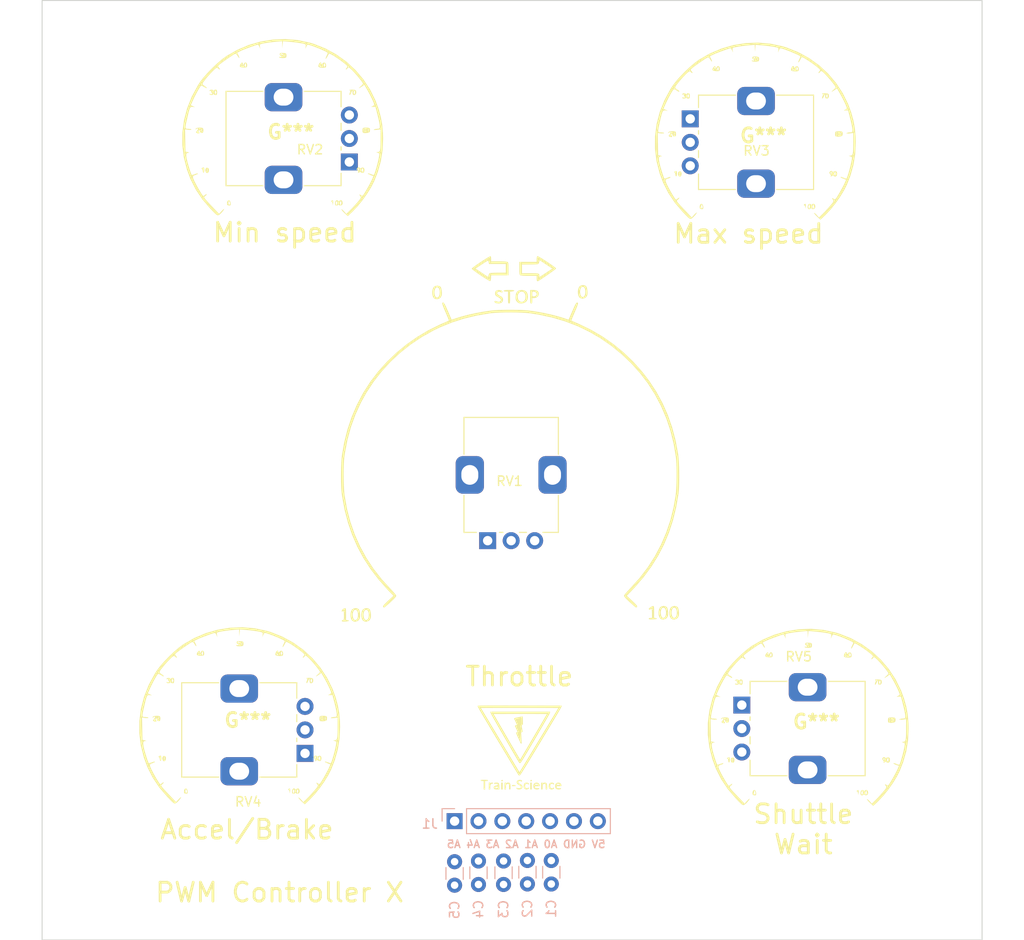
<source format=kicad_pcb>
(kicad_pcb (version 20221018) (generator pcbnew)
  (layers (0 "F.Cu" signal) (31 "B.Cu" signal) (34 "B.Paste" user) (35 "F.Paste" user) (36 "B.SilkS" user "B.Silkscreen") (37 "F.SilkS" user "F.Silkscreen") (38 "B.Mask" user) (39 "F.Mask" user) (44 "Edge.Cuts" user))
  (net 0 "")
  (net 1 "/throttle")
  (net 2 "GND")
  (net 3 "/minSpeed")
  (net 4 "/maxSpeed")
  (net 5 "/accel")
  (net 6 "/wait")
  (net 7 "+5V")
  (footprint "custom_kicad_lib_sk:Potentiometer_Alps_RK09K_Single_Vertical" (layer "F.Cu") (at 165.937 105.5)
    (fp_text reference "RV5" (at 6.05 -5.15) (layer "F.SilkS"))
    (fp_text value "R_Potentiometer")
    (pad "1" thru_hole rect (at 0 0) (size 1.8 1.8) (drill 1) (layers "*.Cu" "*.Mask") (net 7 "+5V"))
    (pad "2" thru_hole circle (at 0 2.5) (size 1.8 1.8) (drill 1) (layers "*.Cu" "*.Mask") (net 6 "/wait"))
    (pad "3" thru_hole circle (at 0 5) (size 1.8 1.8) (drill 1) (layers "*.Cu" "*.Mask") (net 2 "GND"))
    (pad "MP" thru_hole roundrect (at 7 -1.9) (size 4 3) (drill oval 2.1 1.8) (layers "*.Cu" "*.Mask"))
    (pad "MP" thru_hole roundrect (at 7 6.9) (size 4 3) (drill oval 2.1 1.8) (layers "*.Cu" "*.Mask"))
  )
  (footprint "custom_kicad_lib_sk:scale_small" (layer "F.Cu") (at 113.389 107.111)
    (fp_text reference "G***" (at 0 0) (layer "F.SilkS") (effects (font (size 1.5 1.5) (thickness 0.3))))
    (fp_text value "LOGO" hide)
  )
  (footprint "MountingHole:MountingHole_3.2mm_M3" (layer "F.Cu") (at 96.5 35.5)
    (fp_text reference "REF**" hide)
    (fp_text value "MountingHole_3.2mm_M3")
    (pad "" np_thru_hole circle (at 0 0) (size 3.2 3.2) (drill 3.2) (layers "F&B.Cu" "*.Mask"))
  )
  (footprint "custom_kicad_lib_sk:Train-Science logo small" (layer "F.Cu") (at 142.367 110.109)
    (fp_text reference "G***" hide)
    (fp_text value "LOGO" hide)
  )
  (footprint "MountingHole:MountingHole_3.2mm_M3" (layer "F.Cu") (at 186.5 125.5)
    (fp_text reference "REF**" hide)
    (fp_text value "MountingHole_3.2mm_M3")
    (pad "" np_thru_hole circle (at 0 0) (size 3.2 3.2) (drill 3.2) (layers "*.Cu" "*.Mask"))
  )
  (footprint "custom_kicad_lib_sk:scale_small" (layer "F.Cu") (at 168.24821 44.881731)
    (fp_text reference "G***" (at 0 0) (layer "F.SilkS") (effects (font (size 1.5 1.5) (thickness 0.3))))
    (fp_text value "LOGO" hide)
  )
  (footprint "MountingHole:MountingHole_3.2mm_M3" (layer "F.Cu") (at 96.5 125.5)
    (fp_text reference "REF**" hide)
    (fp_text value "MountingHole_3.2mm_M3")
    (pad "" np_thru_hole circle (at 0 0) (size 3.2 3.2) (drill 3.2) (layers "F&B.Cu" "*.Mask"))
  )
  (footprint "custom_kicad_lib_sk:scale_small" (layer "F.Cu") (at 117.96421 44.5)
    (fp_text reference "G***" (at 0 0) (layer "F.SilkS") (effects (font (size 1.5 1.5) (thickness 0.3))))
    (fp_text value "LOGO" hide)
  )
  (footprint "custom_kicad_lib_sk:Potentiometer_Alps_RK09K_Single_Vertical" (layer "F.Cu") (at 124.183 47.693269 180)
    (fp_text reference "RV2" (at 4.183 1.321) (layer "F.SilkS"))
    (fp_text value "R_Potentiometer")
    (pad "1" thru_hole rect (at 0 0 180) (size 1.8 1.8) (drill 1) (layers "*.Cu" "*.Mask") (net 7 "+5V"))
    (pad "2" thru_hole circle (at 0 2.5 180) (size 1.8 1.8) (drill 1) (layers "*.Cu" "*.Mask") (net 3 "/minSpeed"))
    (pad "3" thru_hole circle (at 0 5 180) (size 1.8 1.8) (drill 1) (layers "*.Cu" "*.Mask") (net 2 "GND"))
    (pad "MP" thru_hole roundrect (at 7 -1.9 180) (size 4 3) (drill oval 2.1 1.8) (layers "*.Cu" "*.Mask"))
    (pad "MP" thru_hole roundrect (at 7 6.9 180) (size 4 3) (drill oval 2.1 1.8) (layers "*.Cu" "*.Mask"))
  )
  (footprint "custom_kicad_lib_sk:scale_small" (layer "F.Cu") (at 173.87021 107.277731)
    (fp_text reference "G***" (at 0 0) (layer "F.SilkS") (effects (font (size 1.5 1.5) (thickness 0.3))))
    (fp_text value "LOGO" hide)
  )
  (footprint "MountingHole:MountingHole_3.2mm_M3" (layer "F.Cu") (at 186.5 35.5)
    (fp_text reference "REF**" hide)
    (fp_text value "MountingHole_3.2mm_M3")
    (pad "" np_thru_hole circle (at 0 0) (size 3.2 3.2) (drill 3.2) (layers "F&B.Cu" "*.Mask"))
  )
  (footprint "custom_kicad_lib_sk:Potentiometer_Alps_RK09K_Single_Vertical" (layer "F.Cu") (at 119.47 110.644 180)
    (fp_text reference "RV4" (at 6.05 -5.15) (layer "F.SilkS"))
    (fp_text value "R_Potentiometer")
    (pad "1" thru_hole rect (at 0 0 180) (size 1.8 1.8) (drill 1) (layers "*.Cu" "*.Mask") (net 7 "+5V"))
    (pad "2" thru_hole circle (at 0 2.5 180) (size 1.8 1.8) (drill 1) (layers "*.Cu" "*.Mask") (net 5 "/accel"))
    (pad "3" thru_hole circle (at 0 5 180) (size 1.8 1.8) (drill 1) (layers "*.Cu" "*.Mask") (net 2 "GND"))
    (pad "MP" thru_hole roundrect (at 7 -1.9 180) (size 4 3) (drill oval 2.1 1.8) (layers "*.Cu" "*.Mask"))
    (pad "MP" thru_hole roundrect (at 7 6.9 180) (size 4 3) (drill oval 2.1 1.8) (layers "*.Cu" "*.Mask"))
  )
  (footprint "custom_kicad_lib_sk:Potentiometer_Alps_RK09K_Single_Vertical" (layer "F.Cu") (at 138.9 88 90)
    (fp_text reference "RV1" (at 6.339 2.324 180) (layer "F.SilkS"))
    (fp_text value "R_Potentiometer")
    (pad "1" thru_hole rect (at 0 0 90) (size 1.8 1.8) (drill 1) (layers "*.Cu" "*.Mask") (net 7 "+5V"))
    (pad "2" thru_hole circle (at 0 2.5 90) (size 1.8 1.8) (drill 1) (layers "*.Cu" "*.Mask") (net 1 "/throttle"))
    (pad "3" thru_hole circle (at 0 5 90) (size 1.8 1.8) (drill 1) (layers "*.Cu" "*.Mask") (net 2 "GND"))
    (pad "MP" thru_hole roundrect (at 7 -1.9 90) (size 4 3) (drill oval 2.1 1.8) (layers "*.Cu" "*.Mask"))
    (pad "MP" thru_hole roundrect (at 7 6.9 90) (size 4 3) (drill oval 2.1 1.8) (layers "*.Cu" "*.Mask"))
  )
  (footprint "custom_kicad_lib_sk:Potentiometer_Alps_RK09K_Single_Vertical" (layer "F.Cu") (at 160.45 43.1)
    (fp_text reference "RV3" (at 7.05 3.4) (layer "F.SilkS"))
    (fp_text value "R_Potentiometer")
    (pad "1" thru_hole rect (at 0 0) (size 1.8 1.8) (drill 1) (layers "*.Cu" "*.Mask") (net 7 "+5V"))
    (pad "2" thru_hole circle (at 0 2.5) (size 1.8 1.8) (drill 1) (layers "*.Cu" "*.Mask") (net 4 "/maxSpeed"))
    (pad "3" thru_hole circle (at 0 5) (size 1.8 1.8) (drill 1) (layers "*.Cu" "*.Mask") (net 2 "GND"))
    (pad "MP" thru_hole roundrect (at 7 -1.9) (size 4 3) (drill oval 2.1 1.8) (layers "*.Cu" "*.Mask"))
    (pad "MP" thru_hole roundrect (at 7 6.9) (size 4 3) (drill oval 2.1 1.8) (layers "*.Cu" "*.Mask"))
  )
  (footprint "custom_kicad_lib_sk:scale" (layer "F.Cu") (at 141 77.5)
    (fp_text reference "G***" hide)
    (fp_text value "LOGO" hide)
  )
  (footprint "Capacitor_THT:C_Disc_D3.0mm_W1.6mm_P2.50mm" (layer "B.Cu") (at 145.669 122.047 -90)
    (fp_text reference "C1" (at 5.131 0 90) (layer "B.SilkS") (effects (justify mirror)))
    (fp_text value "C")
    (pad "1" thru_hole circle (at 0 0 270) (size 1.6 1.6) (drill 0.8) (layers "*.Cu" "*.Mask") (net 1 "/throttle"))
    (pad "2" thru_hole circle (at 2.5 0 270) (size 1.6 1.6) (drill 0.8) (layers "*.Cu" "*.Mask") (net 2 "GND"))
  )
  (footprint "Connector_PinHeader_2.54mm:PinHeader_1x07_P2.54mm_Vertical" (layer "B.Cu") (at 135.382 117.856 -90)
    (fp_text reference "J1" (at 0.287 2.644 -180) (layer "B.SilkS") (effects (justify mirror)))
    (fp_text value "Conn_01x07_Pin")
    (pad "1" thru_hole rect (at 0 0 270) (size 1.7 1.7) (drill 1) (layers "*.Cu" "*.Mask") (net 6 "/wait"))
    (pad "2" thru_hole oval (at 0 -2.54 270) (size 1.7 1.7) (drill 1) (layers "*.Cu" "*.Mask") (net 5 "/accel"))
    (pad "3" thru_hole oval (at 0 -5.08 270) (size 1.7 1.7) (drill 1) (layers "*.Cu" "*.Mask") (net 4 "/maxSpeed"))
    (pad "4" thru_hole oval (at 0 -7.62 270) (size 1.7 1.7) (drill 1) (layers "*.Cu" "*.Mask") (net 3 "/minSpeed"))
    (pad "5" thru_hole oval (at 0 -10.16 270) (size 1.7 1.7) (drill 1) (layers "*.Cu" "*.Mask") (net 1 "/throttle"))
    (pad "6" thru_hole oval (at 0 -12.7 270) (size 1.7 1.7) (drill 1) (layers "*.Cu" "*.Mask") (net 2 "GND"))
    (pad "7" thru_hole oval (at 0 -15.24 270) (size 1.7 1.7) (drill 1) (layers "*.Cu" "*.Mask") (net 7 "+5V"))
  )
  (footprint "Capacitor_THT:C_Disc_D3.0mm_W1.6mm_P2.50mm" (layer "B.Cu") (at 140.589 122.097 -90)
    (fp_text reference "C3" (at 5.131 0 90) (layer "B.SilkS") (effects (justify mirror)))
    (fp_text value "C")
    (pad "1" thru_hole circle (at 0 0 270) (size 1.6 1.6) (drill 0.8) (layers "*.Cu" "*.Mask") (net 4 "/maxSpeed"))
    (pad "2" thru_hole circle (at 2.5 0 270) (size 1.6 1.6) (drill 0.8) (layers "*.Cu" "*.Mask") (net 2 "GND"))
  )
  (footprint "Capacitor_THT:C_Disc_D3.0mm_W1.6mm_P2.50mm" (layer "B.Cu") (at 135.382 122.174 -90)
    (fp_text reference "C5" (at 5.131 0 90) (layer "B.SilkS") (effects (justify mirror)))
    (fp_text value "C")
    (pad "1" thru_hole circle (at 0 0 270) (size 1.6 1.6) (drill 0.8) (layers "*.Cu" "*.Mask") (net 6 "/wait"))
    (pad "2" thru_hole circle (at 2.5 0 270) (size 1.6 1.6) (drill 0.8) (layers "*.Cu" "*.Mask") (net 2 "GND"))
  )
  (footprint "Capacitor_THT:C_Disc_D3.0mm_W1.6mm_P2.50mm" (layer "B.Cu") (at 143.129 122.041 -90)
    (fp_text reference "C2" (at 5.131 0 90) (layer "B.SilkS") (effects (justify mirror)))
    (fp_text value "C")
    (pad "1" thru_hole circle (at 0 0 270) (size 1.6 1.6) (drill 0.8) (layers "*.Cu" "*.Mask") (net 3 "/minSpeed"))
    (pad "2" thru_hole circle (at 2.5 0 270) (size 1.6 1.6) (drill 0.8) (layers "*.Cu" "*.Mask") (net 2 "GND"))
  )
  (footprint "Capacitor_THT:C_Disc_D3.0mm_W1.6mm_P2.50mm" (layer "B.Cu") (at 137.922 122.097 -90)
    (fp_text reference "C4" (at 5.131 0 90) (layer "B.SilkS") (effects (justify mirror)))
    (fp_text value "C")
    (pad "1" thru_hole circle (at 0 0 270) (size 1.6 1.6) (drill 0.8) (layers "*.Cu" "*.Mask") (net 5 "/accel"))
    (pad "2" thru_hole circle (at 2.5 0 270) (size 1.6 1.6) (drill 0.8) (layers "*.Cu" "*.Mask") (net 2 "GND"))
  )
  (gr_rect (start 91.5 30.5) (end 191.5 130.5) (stroke (width 0.1)) (fill none) (layer "Edge.Cuts"))
  (gr_text "5V GND A0 A1 A2 A3 A4 A5" (at 151.511 120.777) (layer "B.SilkS") (effects (font (size 0.8 0.8)) (justify left bottom mirror)))
  (gr_text "Max speed" (at 158.5 56.5) (layer "F.SilkS") (effects (font (size 2 2) (thickness 0.3)) (justify left bottom)))
  (gr_text "PWM Controller X" (at 103.378 126.619) (layer "F.SilkS") (effects (font (size 2 2) (thickness 0.3)) (justify left bottom)))
  (gr_text "Throttle" (at 142.262 103.627) (layer "F.SilkS") (effects (font (size 2 2) (thickness 0.3)) (justify bottom)))
  (gr_text "Accel/Brake" (at 113.287 119.923) (layer "F.SilkS") (effects (font (size 2 2) (thickness 0.3)) (justify bottom)))
  (gr_text "Shuttle\nWait" (at 172.487 121.5) (layer "F.SilkS") (effects (font (size 2 2) (thickness 0.3)) (justify bottom)))
  (gr_text "Min speed" (at 109.5 56.372269) (layer "F.SilkS") (effects (font (size 2 2) (thickness 0.3)) (justify left bottom)))
)
</source>
